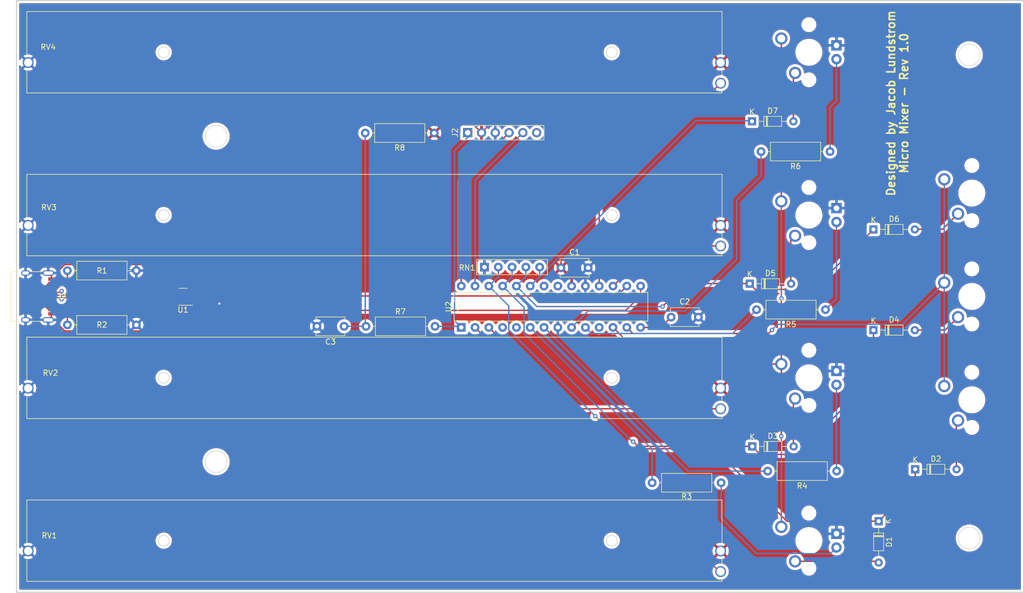
<source format=kicad_pcb>
(kicad_pcb (version 20211014) (generator pcbnew)
  (layers (0 "F.Cu" signal) (31 "B.Cu" signal) (34 "B.Paste" user) (35 "F.Paste" user) (36 "B.SilkS" user "B.Silkscreen") (37 "F.SilkS" user "F.Silkscreen") (38 "B.Mask" user) (39 "F.Mask" user) (44 "Edge.Cuts" user))
  (net 0 "")
  (net 1 "VDD")
  (net 2 "GND")
  (net 3 "Net-(C2-Pad1)")
  (net 4 "Net-(D1-Pad2)")
  (net 5 "COL0")
  (net 6 "Net-(D2-Pad2)")
  (net 7 "Net-(D3-Pad2)")
  (net 8 "COL1")
  (net 9 "Net-(D4-Pad2)")
  (net 10 "Net-(D5-Pad2)")
  (net 11 "COL2")
  (net 12 "Net-(D6-Pad2)")
  (net 13 "Net-(D7-Pad2)")
  (net 14 "COL3")
  (net 15 "Net-(J1-PadA5)")
  (net 16 "D+")
  (net 17 "D-")
  (net 20 "Net-(J1-PadB5)")
  (net 21 "VPP")
  (net 22 "ICSPDAT")
  (net 23 "ICSPCLK")
  (net 25 "ROW0")
  (net 26 "LED0")
  (net 27 "ROW1")
  (net 28 "LED1")
  (net 29 "LED2")
  (net 30 "LED3")
  (net 31 "Net-(MX1-Pad3)")
  (net 32 "AIN1")
  (net 33 "AIN2")
  (net 34 "AIN3")
  (net 35 "D_NEG_MCU")
  (net 36 "D_POS_MCU")
  (net 42 "Net-(MX3-Pad3)")
  (net 43 "Net-(MX5-Pad3)")
  (net 44 "Net-(MX7-Pad3)")
  (net 45 "AIN4")
  (net 46 "Net-(C3-Pad1)")
  (footprint "Resistor_THT:R_Axial_DIN0309_L9.0mm_D3.2mm_P12.70mm_Horizontal" (layer "F.Cu") (at 147.6 87.75)
    (fp_text reference "R7" (at 6.35 -2.72) (layer "F.SilkS"))
    (fp_text value "470")
    (pad "1" thru_hole circle locked (at 0 0) (size 1.6 1.6) (drill 0.8) (layers *.Cu *.Mask) (net 46 "Net-(C3-Pad1)"))
    (pad "2" thru_hole oval locked (at 12.7 0) (size 1.6 1.6) (drill 0.8) (layers *.Cu *.Mask) (net 21 "VPP"))
  )
  (footprint "Diode_THT:D_DO-34_SOD68_P7.62mm_Horizontal" (layer "F.Cu") (at 218.715 109.88)
    (fp_text reference "D3" (at 3.81 -1.92) (layer "F.SilkS"))
    (fp_text value "D_Small")
    (fp_text user "K" (at 0 -1.75) (layer "F.SilkS"))
    (pad "1" thru_hole rect locked (at 0 0) (size 1.5 1.5) (drill 0.75) (layers *.Cu *.Mask) (net 8 "COL1"))
    (pad "2" thru_hole oval locked (at 7.62 0) (size 1.5 1.5) (drill 0.75) (layers *.Cu *.Mask) (net 7 "Net-(D3-Pad2)"))
  )
  (footprint "Capacitor_THT:C_Disc_D5.1mm_W3.2mm_P5.00mm" (layer "F.Cu") (at 203.78125 86.05125)
    (fp_text reference "C2" (at 2.5 -2.85) (layer "F.SilkS"))
    (fp_text value "470n")
    (pad "1" thru_hole circle locked (at 0 0) (size 1.6 1.6) (drill 0.8) (layers *.Cu *.Mask) (net 3 "Net-(C2-Pad1)"))
    (pad "2" thru_hole circle locked (at 5 0) (size 1.6 1.6) (drill 0.8) (layers *.Cu *.Mask) (net 2 "GND"))
  )
  (footprint "MX_Only:MXOnly-1U" (layer "F.Cu") (at 229.145 67.24125 90)
    (fp_text reference "MX5")
    (fp_text value "MX-LED")
    (pad "" np_thru_hole circle locked (at 0 0 90) (size 3.9878 3.9878) (drill 3.9878) (layers *.Cu *.Mask))
    (pad "" np_thru_hole circle locked (at -5.08 0 138.0996) (size 1.75 1.75) (drill 1.75) (layers *.Cu *.Mask))
    (pad "" np_thru_hole circle locked (at 5.08 0 138.0996) (size 1.75 1.75) (drill 1.75) (layers *.Cu *.Mask))
    (pad "1" thru_hole circle locked (at -3.81 -2.54 90) (size 2.25 2.25) (drill 1.47) (layers *.Cu "B.Mask") (net 10 "Net-(D5-Pad2)"))
    (pad "2" thru_hole circle locked (at 2.54 -5.08 90) (size 2.25 2.25) (drill 1.47) (layers *.Cu "B.Mask") (net 25 "ROW0"))
    (pad "3" thru_hole circle locked (at -1.27 5.08 90) (size 1.905 1.905) (drill 1.04) (layers *.Cu "B.Mask") (net 43 "Net-(MX5-Pad3)"))
    (pad "4" thru_hole rect locked (at 1.27 5.08 90) (size 1.905 1.905) (drill 1.04) (layers *.Cu "B.Mask") (net 2 "GND"))
  )
  (footprint "MX_Only:MXOnly-1U-NoLED" (layer "F.Cu") (at 259.145 82.24125 90)
    (fp_text reference "MX4")
    (fp_text value "MX-NoLED")
    (pad "" np_thru_hole circle locked (at 0 0 90) (size 3.9878 3.9878) (drill 3.9878) (layers *.Cu *.Mask))
    (pad "" np_thru_hole circle locked (at -5.08 0 138.0996) (size 1.75 1.75) (drill 1.75) (layers *.Cu *.Mask))
    (pad "" np_thru_hole circle locked (at 5.08 0 138.0996) (size 1.75 1.75) (drill 1.75) (layers *.Cu *.Mask))
    (pad "1" thru_hole circle locked (at -3.81 -2.54 90) (size 2.25 2.25) (drill 1.47) (layers *.Cu "B.Mask") (net 9 "Net-(D4-Pad2)"))
    (pad "2" thru_hole circle locked (at 2.54 -5.08 90) (size 2.25 2.25) (drill 1.47) (layers *.Cu "B.Mask") (net 27 "ROW1"))
  )
  (footprint "Slider:PTB0143" (layer "F.Cu") (at 149.145 97.24125)
    (fp_text reference "RV2" (at -59.655 -0.90125 unlocked) (layer "F.SilkS"))
    (fp_text value "R_Potentiometer")
    (fp_circle (center 43.7 0) (end 44.7 0) (layer "Edge.Cuts") (width 0.12) (fill none))
    (fp_circle (center -38.8 0) (end -37.8 0) (layer "Edge.Cuts") (width 0.12) (fill none))
    (pad "1" thru_hole circle (at 63.75 1.9) (size 2 2) (drill 1.5) (layers *.Cu *.Mask) (net 1 "VDD"))
    (pad "2" thru_hole circle (at 63.75 5.7) (size 2 2) (drill 1.5) (layers *.Cu *.Mask) (net 33 "AIN2"))
    (pad "3" thru_hole circle (at -63.75 1.9) (size 2 2) (drill 1.5) (layers *.Cu *.Mask) (net 2 "GND"))
  )
  (footprint "MX_Only:MXOnly-1U" (layer "F.Cu") (at 229.145 97.24125 90)
    (fp_text reference "MX3")
    (fp_text value "MX-LED")
    (pad "" np_thru_hole circle locked (at 5.08 0 138.0996) (size 1.75 1.75) (drill 1.75) (layers *.Cu *.Mask))
    (pad "" np_thru_hole circle locked (at 0 0 90) (size 3.9878 3.9878) (drill 3.9878) (layers *.Cu *.Mask))
    (pad "" np_thru_hole circle locked (at -5.08 0 138.0996) (size 1.75 1.75) (drill 1.75) (layers *.Cu *.Mask))
    (pad "1" thru_hole circle locked (at -3.81 -2.54 90) (size 2.25 2.25) (drill 1.47) (layers *.Cu "B.Mask") (net 7 "Net-(D3-Pad2)"))
    (pad "2" thru_hole circle locked (at 2.54 -5.08 90) (size 2.25 2.25) (drill 1.47) (layers *.Cu "B.Mask") (net 25 "ROW0"))
    (pad "3" thru_hole circle locked (at -1.27 5.08 90) (size 1.905 1.905) (drill 1.04) (layers *.Cu "B.Mask") (net 42 "Net-(MX3-Pad3)"))
    (pad "4" thru_hole rect locked (at 1.27 5.08 90) (size 1.905 1.905) (drill 1.04) (layers *.Cu "B.Mask") (net 2 "GND"))
  )
  (footprint "Resistor_THT:R_Axial_DIN0309_L9.0mm_D3.2mm_P12.70mm_Horizontal" (layer "F.Cu") (at 92.61625 77.47875)
    (fp_text reference "R1" (at 6.35 0.01125) (layer "F.SilkS"))
    (fp_text value "5.1k")
    (pad "1" thru_hole circle locked (at 0 0) (size 1.6 1.6) (drill 0.8) (layers *.Cu *.Mask) (net 15 "Net-(J1-PadA5)"))
    (pad "2" thru_hole oval locked (at 12.7 0) (size 1.6 1.6) (drill 0.8) (layers *.Cu *.Mask) (net 2 "GND"))
  )
  (footprint "Slider:PTB0143" (layer "F.Cu") (at 149.145 127.24125)
    (fp_text reference "RV1" (at -59.855 -0.92125 unlocked) (layer "F.SilkS"))
    (fp_text value "R_Potentiometer")
    (fp_circle (center 43.7 0) (end 44.7 0) (layer "Edge.Cuts") (width 0.12) (fill none))
    (fp_circle (center -38.8 0) (end -37.8 0) (layer "Edge.Cuts") (width 0.12) (fill none))
    (pad "1" thru_hole circle (at 63.75 1.9) (size 2 2) (drill 1.5) (layers *.Cu *.Mask) (net 1 "VDD"))
    (pad "2" thru_hole circle (at 63.75 5.7) (size 2 2) (drill 1.5) (layers *.Cu *.Mask) (net 32 "AIN1"))
    (pad "3" thru_hole circle (at -63.75 1.9) (size 2 2) (drill 1.5) (layers *.Cu *.Mask) (net 2 "GND"))
  )
  (footprint "Resistor_THT:R_Axial_DIN0309_L9.0mm_D3.2mm_P12.70mm_Horizontal" (layer "F.Cu") (at 234.26 114.42 180)
    (fp_text reference "R4" (at 6.35 -2.72) (layer "F.SilkS"))
    (fp_text value "470")
    (pad "1" thru_hole circle locked (at 0 0 180) (size 1.6 1.6) (drill 0.8) (layers *.Cu *.Mask) (net 42 "Net-(MX3-Pad3)"))
    (pad "2" thru_hole oval locked (at 12.7 0 180) (size 1.6 1.6) (drill 0.8) (layers *.Cu *.Mask) (net 28 "LED1"))
  )
  (footprint "Package_DIP:DIP-28_W7.62mm" (layer "F.Cu") (at 165.135 87.94625 90)
    (fp_text reference "U2" (at 3.81 -2.33 90) (layer "F.SilkS"))
    (fp_text value "PIC18F24K50-xSP")
    (pad "1" thru_hole rect locked (at 0 0 90) (size 1.6 1.6) (drill 0.8) (layers *.Cu *.Mask) (net 21 "VPP"))
    (pad "2" thru_hole oval locked (at 0 2.54 90) (size 1.6 1.6) (drill 0.8) (layers *.Cu *.Mask) (net 32 "AIN1"))
    (pad "3" thru_hole oval locked (at 0 5.08 90) (size 1.6 1.6) (drill 0.8) (layers *.Cu *.Mask) (net 33 "AIN2"))
    (pad "4" thru_hole oval locked (at 0 7.62 90) (size 1.6 1.6) (drill 0.8) (layers *.Cu *.Mask))
    (pad "5" thru_hole oval locked (at 0 10.16 90) (size 1.6 1.6) (drill 0.8) (layers *.Cu *.Mask))
    (pad "6" thru_hole oval locked (at 0 12.7 90) (size 1.6 1.6) (drill 0.8) (layers *.Cu *.Mask) (net 26 "LED0"))
    (pad "7" thru_hole oval locked (at 0 15.24 90) (size 1.6 1.6) (drill 0.8) (layers *.Cu *.Mask) (net 28 "LED1"))
    (pad "8" thru_hole oval locked (at 0 17.78 90) (size 1.6 1.6) (drill 0.8) (layers *.Cu *.Mask) (net 2 "GND"))
    (pad "9" thru_hole oval locked (at 0 20.32 90) (size 1.6 1.6) (drill 0.8) (layers *.Cu *.Mask) (net 30 "LED3"))
    (pad "10" thru_hole oval locked (at 0 22.86 90) (size 1.6 1.6) (drill 0.8) (layers *.Cu *.Mask) (net 29 "LED2"))
    (pad "11" thru_hole oval locked (at 0 25.4 90) (size 1.6 1.6) (drill 0.8) (layers *.Cu *.Mask))
    (pad "12" thru_hole oval locked (at 0 27.94 90) (size 1.6 1.6) (drill 0.8) (layers *.Cu *.Mask) (net 25 "ROW0"))
    (pad "13" thru_hole oval locked (at 0 30.48 90) (size 1.6 1.6) (drill 0.8) (layers *.Cu *.Mask) (net 27 "ROW1"))
    (pad "14" thru_hole oval locked (at 0 33.02 90) (size 1.6 1.6) (drill 0.8) (layers *.Cu *.Mask) (net 3 "Net-(C2-Pad1)"))
    (pad "15" thru_hole oval locked (at 7.62 33.02 90) (size 1.6 1.6) (drill 0.8) (layers *.Cu *.Mask) (net 35 "D_NEG_MCU"))
    (pad "16" thru_hole oval locked (at 7.62 30.48 90) (size 1.6 1.6) (drill 0.8) (layers *.Cu *.Mask) (net 36 "D_POS_MCU"))
    (pad "17" thru_hole oval locked (at 7.62 27.94 90) (size 1.6 1.6) (drill 0.8) (layers *.Cu *.Mask) (net 34 "AIN3"))
    (pad "18" thru_hole oval locked (at 7.62 25.4 90) (size 1.6 1.6) (drill 0.8) (layers *.Cu *.Mask) (net 45 "AIN4"))
    (pad "19" thru_hole oval locked (at 7.62 22.86 90) (size 1.6 1.6) (drill 0.8) (layers *.Cu *.Mask) (net 2 "GND"))
    (pad "20" thru_hole oval locked (at 7.62 20.32 90) (size 1.6 1.6) (drill 0.8) (layers *.Cu *.Mask) (net 1 "VDD"))
    (pad "21" thru_hole oval locked (at 7.62 17.78 90) (size 1.6 1.6) (drill 0.8) (layers *.Cu *.Mask))
    (pad "22" thru_hole oval locked (at 7.62 15.24 90) (size 1.6 1.6) (drill 0.8) (layers *.Cu *.Mask))
    (pad "23" thru_hole oval locked (at 7.62 12.7 90) (size 1.6 1.6) (drill 0.8) (layers *.Cu *.Mask) (net 14 "COL3"))
    (pad "24" thru_hole oval locked (at 7.62 10.16 90) (size 1.6 1.6) (drill 0.8) (layers *.Cu *.Mask) (net 11 "COL2"))
    (pad "25" thru_hole oval locked (at 7.62 7.62 90) (size 1.6 1.6) (drill 0.8) (layers *.Cu *.Mask) (net 8 "COL1"))
    (pad "26" thru_hole oval locked (at 7.62 5.08 90) (size 1.6 1.6) (drill 0.8) (layers *.Cu *.Mask) (net 5 "COL0"))
    (pad "27" thru_hole oval locked (at 7.62 2.54 90) (size 1.6 1.6) (drill 0.8) (layers *.Cu *.Mask) (net 23 "ICSPCLK"))
    (pad "28" thru_hole oval locked (at 7.62 0 90) (size 1.6 1.6) (drill 0.8) (layers *.Cu *.Mask) (net 22 "ICSPDAT"))
  )
  (footprint "Resistor_THT:R_Axial_DIN0309_L9.0mm_D3.2mm_P12.70mm_Horizontal" (layer "F.Cu") (at 233.04 55.54 180)
    (fp_text reference "R6" (at 6.35 -2.72) (layer "F.SilkS"))
    (fp_text value "470")
    (pad "1" thru_hole circle locked (at 0 0 180) (size 1.6 1.6) (drill 0.8) (layers *.Cu *.Mask) (net 44 "Net-(MX7-Pad3)"))
    (pad "2" thru_hole oval locked (at 12.7 0 180) (size 1.6 1.6) (drill 0.8) (layers *.Cu *.Mask) (net 30 "LED3"))
  )
  (footprint "MX_Only:MXOnly-1U-NoLED" (layer "F.Cu") (at 259.145 101.29125 90)
    (fp_text reference "MX2")
    (fp_text value "MX-NoLED")
    (pad "" np_thru_hole circle locked (at 0 0 90) (size 3.9878 3.9878) (drill 3.9878) (layers *.Cu *.Mask))
    (pad "" np_thru_hole circle locked (at 5.08 0 138.0996) (size 1.75 1.75) (drill 1.75) (layers *.Cu *.Mask))
    (pad "" np_thru_hole circle locked (at -5.08 0 138.0996) (size 1.75 1.75) (drill 1.75) (layers *.Cu *.Mask))
    (pad "1" thru_hole circle locked (at -3.81 -2.54 90) (size 2.25 2.25) (drill 1.47) (layers *.Cu "B.Mask") (net 6 "Net-(D2-Pad2)"))
    (pad "2" thru_hole circle locked (at 2.54 -5.08 90) (size 2.25 2.25) (drill 1.47) (layers *.Cu "B.Mask") (net 27 "ROW1"))
  )
  (footprint "Resistor_THT:R_Axial_DIN0309_L9.0mm_D3.2mm_P12.70mm_Horizontal" (layer "F.Cu") (at 212.99 116.57 180)
    (fp_text reference "R3" (at 6.35 -2.51) (layer "F.SilkS"))
    (fp_text value "470")
    (pad "1" thru_hole circle locked (at 0 0 180) (size 1.6 1.6) (drill 0.8) (layers *.Cu *.Mask) (net 31 "Net-(MX1-Pad3)"))
    (pad "2" thru_hole oval locked (at 12.7 0 180) (size 1.6 1.6) (drill 0.8) (layers *.Cu *.Mask) (net 26 "LED0"))
  )
  (footprint "Connector_PinHeader_2.54mm:PinHeader_1x06_P2.54mm_Vertical" (layer "F.Cu") (at 166.32 52.06 90)
    (fp_text reference "J2" (at 0 -2.33 90) (layer "F.SilkS"))
    (fp_text value "Conn_PIC_ICSP_ICD")
    (pad "1" thru_hole rect locked (at 0 0 90) (size 1.7 1.7) (drill 1) (layers *.Cu *.Mask) (net 21 "VPP"))
    (pad "2" thru_hole oval locked (at 0 2.54 90) (size 1.7 1.7) (drill 1) (layers *.Cu *.Mask) (net 1 "VDD"))
    (pad "3" thru_hole oval locked (at 0 5.08 90) (size 1.7 1.7) (drill 1) (layers *.Cu *.Mask) (net 2 "GND"))
    (pad "4" thru_hole oval locked (at 0 7.62 90) (size 1.7 1.7) (drill 1) (layers *.Cu *.Mask) (net 22 "ICSPDAT"))
    (pad "5" thru_hole oval locked (at 0 10.16 90) (size 1.7 1.7) (drill 1) (layers *.Cu *.Mask) (net 23 "ICSPCLK"))
    (pad "6" thru_hole oval locked (at 0 12.7 90) (size 1.7 1.7) (drill 1) (layers *.Cu *.Mask))
  )
  (footprint "Capacitor_THT:C_Disc_D5.1mm_W3.2mm_P5.00mm" (layer "F.Cu") (at 183.5 76.95)
    (fp_text reference "C1" (at 2.5 -2.85) (layer "F.SilkS"))
    (fp_text value "0.1u")
    (pad "1" thru_hole circle locked (at 0 0) (size 1.6 1.6) (drill 0.8) (layers *.Cu *.Mask) (net 1 "VDD"))
    (pad "2" thru_hole circle locked (at 5 0) (size 1.6 1.6) (drill 0.8) (layers *.Cu *.Mask) (net 2 "GND"))
  )
  (footprint "Resistor_THT:R_Axial_DIN0309_L9.0mm_D3.2mm_P12.70mm_Horizontal" (layer "F.Cu") (at 160.16 52.12 180)
    (fp_text reference "R8" (at 6.35 -2.72) (layer "F.SilkS"))
    (fp_text value "10k")
    (pad "1" thru_hole circle locked (at 0 0 180) (size 1.6 1.6) (drill 0.8) (layers *.Cu *.Mask) (net 1 "VDD"))
    (pad "2" thru_hole oval locked (at 12.7 0 180) (size 1.6 1.6) (drill 0.8) (layers *.Cu *.Mask) (net 46 "Net-(C3-Pad1)"))
  )
  (footprint "Slider:PTB0143" (layer "F.Cu") (at 149.145 67.24125)
    (fp_text reference "RV3" (at -59.935 -1.41125 unlocked) (layer "F.SilkS"))
    (fp_text value "R_Potentiometer")
    (fp_circle (center 43.7 0) (end 44.7 0) (layer "Edge.Cuts") (width 0.12) (fill none))
    (fp_circle (center -38.8 0) (end -37.8 0) (layer "Edge.Cuts") (width 0.12) (fill none))
    (pad "1" thru_hole circle (at 63.75 1.9) (size 2 2) (drill 1.5) (layers *.Cu *.Mask) (net 1 "VDD"))
    (pad "2" thru_hole circle (at 63.75 5.7) (size 2 2) (drill 1.5) (layers *.Cu *.Mask) (net 34 "AIN3"))
    (pad "3" thru_hole circle (at -63.75 1.9) (size 2 2) (drill 1.5) (layers *.Cu *.Mask) (net 2 "GND"))
  )
  (footprint "Slider:PTB0143" (layer "F.Cu") (at 149.145 37.24125)
    (fp_text reference "RV4" (at -60.075 -0.95125 unlocked) (layer "F.SilkS"))
    (fp_text value "R_Potentiometer")
    (fp_circle (center -38.8 0) (end -37.8 0) (layer "Edge.Cuts") (width 0.12) (fill none))
    (fp_circle (center 43.7 0) (end 44.7 0) (layer "Edge.Cuts") (width 0.12) (fill none))
    (pad "1" thru_hole circle (at 63.75 1.9) (size 2 2) (drill 1.5) (layers *.Cu *.Mask) (net 1 "VDD"))
    (pad "2" thru_hole circle (at 63.75 5.7) (size 2 2) (drill 1.5) (layers *.Cu *.Mask) (net 45 "AIN4"))
    (pad "3" thru_hole circle (at -63.75 1.9) (size 2 2) (drill 1.5) (layers *.Cu *.Mask) (net 2 "GND"))
  )
  (footprint "Resistor_THT:R_Array_SIP5" (layer "F.Cu") (at 169.41 76.83)
    (fp_text reference "RN1" (at -3.21 0.12) (layer "F.SilkS"))
    (fp_text value "R_Network04")
    (pad "1" thru_hole rect locked (at 0 0) (size 1.6 1.6) (drill 0.8) (layers *.Cu *.Mask) (net 2 "GND"))
    (pad "2" thru_hole oval locked (at 2.54 0) (size 1.6 1.6) (drill 0.8) (layers *.Cu *.Mask) (net 5 "COL0"))
    (pad "3" thru_hole oval locked (at 5.08 0) (size 1.6 1.6) (drill 0.8) (layers *.Cu *.Mask) (net 8 "COL1"))
    (pad "4" thru_hole oval locked (at 7.62 0) (size 1.6 1.6) (drill 0.8) (layers *.Cu *.Mask) (net 11 "COL2"))
    (pad "5" thru_hole oval locked (at 10.16 0) (size 1.6 1.6) (drill 0.8) (layers *.Cu *.Mask) (net 14 "COL3"))
  )
  (footprint "Resistor_THT:R_Axial_DIN0309_L9.0mm_D3.2mm_P12.70mm_Horizontal" (layer "F.Cu") (at 105.31625 87.48 180)
    (fp_text reference "R2" (at 6.34625 0.01) (layer "F.SilkS"))
    (fp_text value "5.1k")
    (pad "1" thru_hole circle locked (at 0 0 180) (size 1.6 1.6) (drill 0.8) (layers *.Cu *.Mask) (net 2 "GND"))
    (pad "2" thru_hole oval locked (at 12.7 0 180) (size 1.6 1.6) (drill 0.8) (layers *.Cu *.Mask) (net 20 "Net-(J1-PadB5)"))
  )
  (footprint "Diode_THT:D_DO-34_SOD68_P7.62mm_Horizontal" (layer "F.Cu") (at 248.715 114.09)
    (fp_text reference "D2" (at 3.81 -1.92) (layer "F.SilkS"))
    (fp_text value "D_Small")
    (fp_text user "K" (at 0 -1.75) (layer "F.SilkS"))
    (pad "1" thru_hole rect locked (at 0 0) (size 1.5 1.5) (drill 0.75) (layers *.Cu *.Mask) (net 5 "COL0"))
    (pad "2" thru_hole oval locked (at 7.62 0) (size 1.5 1.5) (drill 0.75) (layers *.Cu *.Mask) (net 6 "Net-(D2-Pad2)"))
  )
  (footprint "Connector_USB:USB_C_Receptacle_XKB_U262-16XN-4BVC11" (layer "F.Cu") (at 85.99 82.24125 -90)
    (fp_text reference "J1" (at 0 -5.715 -90) (layer "F.SilkS"))
    (fp_text value "USB_C_Receptacle_USB2.0")
    (pad "" np_thru_hole circle locked (at 2.89 -2.605 270) (size 0.65 0.65) (drill 0.65) (layers *.Cu *.Mask))
    (pad "" np_thru_hole circle locked (at -2.89 -2.605 270) (size 0.65 0.65) (drill 0.65) (layers *.Cu *.Mask))
    (pad "A1" smd rect locked (at -3.35 -3.67 270) (size 0.3 1.15) (layers "F.Cu" "F.Paste" "F.Mask") (net 2 "GND"))
    (pad "A4" smd rect locked (at -2.55 -3.67 270) (size 0.3 1.15) (layers "F.Cu" "F.Paste" "F.Mask") (net 1 "VDD"))
    (pad "A5" smd rect locked (at -1.25 -3.67 270) (size 0.3 1.15) (layers "F.Cu" "F.Paste" "F.Mask") (net 15 "Net-(J1-PadA5)"))
    (pad "A6" smd rect locked (at -0.25 -3.67 270) (size 0.3 1.15) (layers "F.Cu" "F.Paste" "F.Mask") (net 16 "D+"))
    (pad "A7" smd rect locked (at 0.25 -3.67 270) (size 0.3 1.15) (layers "F.Cu" "F.Paste" "F.Mask") (net 17 "D-"))
    (pad "A8" smd rect locked (at 1.25 -3.67 270) (size 0.3 1.15) (layers "F.Cu" "F.Paste" "F.Mask"))
    (pad "A9" smd rect locked (at 2.55 -3.67 270) (size 0.3 1.15) (layers "F.Cu" "F.Paste" "F.Mask") (net 1 "VDD"))
    (pad "A12" smd rect locked (at 3.35 -3.67 270) (size 0.3 1.15) (layers "F.Cu" "F.Paste" "F.Mask") (net 2 "GND"))
    (pad "B1" smd rect locked (at 3.05 -3.67 270) (size 0.3 1.15) (layers "F.Cu" "F.Paste" "F.Mask") (net 2 "GND"))
    (pad "B4" smd rect locked (at 2.25 -3.67 270) (size 0.3 1.15) (layers "F.Cu" "F.Paste" "F.Mask") (net 1 "VDD"))
    (pad "B5" smd rect locked (at 1.75 -3.67 270) (size 0.3 1.15) (layers "F.Cu" "F.Paste" "F.Mask") (net 20 "Net-(J1-PadB5)"))
    (pad "B6" smd rect locked (at 0.75 -3.67 270) (size 0.3 1.15) (layers "F.Cu" "F.Paste" "F.Mask") (net 16 "D+"))
    (pad "B7" smd rect locked (at -0.75 -3.67 270) (size 0.3 1.15) (layers "F.Cu" "F.Paste" "F.Mask") (net 17 "D-"))
    (pad "B8" smd rect locked (at -1.75 -3.67 270) (size 0.3 1.15) (layers "F.Cu" "F.Paste" "F.Mask"))
    (pad "B9" smd rect locked (at -2.25 -3.67 270) (size 0.3 1.15) (layers "F.Cu" "F.Paste" "F.Mask") (net 1 "VDD"))
    (pad "B12" smd rect locked (at -3.05 -3.67 270) (size 0.3 1.15) (layers "F.Cu" "F.Paste" "F.Mask") (net 2 "GND"))
    (pad "S1" thru_hole oval locked (at -4.32 1.075 270) (size 1 1.6) (drill oval 0.6 1.2) (layers *.Cu *.Mask) (net 2 "GND"))
    (pad "S1" thru_hole oval locked (at -4.32 -3.105 270) (size 1 2.1) (drill oval 0.6 1.7) (layers *.Cu *.Mask) (net 2 "GND"))
    (pad "S1" thru_hole oval locked (at 4.32 1.075 270) (size 1 1.6) (drill oval 0.6 1.2) (layers *.Cu *.Mask) (net 2 "GND"))
    (pad "S1" thru_hole oval locked (at 4.32 -3.105 270) (size 1 2.1) (drill oval 0.6 1.7) (layers *.Cu *.Mask) (net 2 "GND"))
  )
  (footprint "Package_TO_SOT_SMD:SOT-23-6" (layer "F.Cu") (at 113.9 82.3 180)
    (fp_text reference "U1" (at 0 -2.4) (layer "F.SilkS"))
    (fp_text value "USBLC6-2SC6")
    (pad "1" smd roundrect locked (at -1.1375 -0.95 180) (size 1.325 0.6) (layers "F.Cu" "F.Paste" "F.Mask") (net 35 "D_NEG_MCU"))
    (pad "2" smd roundrect locked (at -1.1375 0 180) (size 1.325 0.6) (layers "F.Cu" "F.Paste" "F.Mask") (net 2 "GND"))
    (pad "3" smd roundrect locked (at -1.1375 0.95 180) (size 1.325 0.6) (layers "F.Cu" "F.Paste" "F.Mask") (net 36 "D_POS_MCU"))
    (pad "4" smd roundrect locked (at 1.1375 0.95 180) (size 1.325 0.6) (layers "F.Cu" "F.Paste" "F.Mask") (net 16 "D+"))
    (pad "5" smd roundrect locked (at 1.1375 0 180) (size 1.325 0.6) (layers "F.Cu" "F.Paste" "F.Mask") (net 1 "VDD"))
    (pad "6" smd roundrect locked (at 1.1375 -0.95 180) (size 1.325 0.6) (layers "F.Cu" "F.Paste" "F.Mask") (net 17 "D-"))
  )
  (footprint "Diode_THT:D_DO-34_SOD68_P7.62mm_Horizontal" (layer "F.Cu") (at 218.25 79.89)
    (fp_text reference "D5" (at 3.81 -1.92) (layer "F.SilkS"))
    (fp_text value "D_Small")
    (fp_text user "K" (at 0 -1.75) (layer "F.SilkS"))
    (pad "1" thru_hole rect locked (at 0 0) (size 1.5 1.5) (drill 0.75) (layers *.Cu *.Mask) (net 11 "COL2"))
    (pad "2" thru_hole oval locked (at 7.62 0) (size 1.5 1.5) (drill 0.75) (layers *.Cu *.Mask) (net 10 "Net-(D5-Pad2)"))
  )
  (footprint "Diode_THT:D_DO-34_SOD68_P7.62mm_Horizontal" (layer "F.Cu") (at 241.03 69.89)
    (fp_text reference "D6" (at 3.81 -1.92) (layer "F.SilkS"))
    (fp_text value "D_Small")
    (fp_text user "K" (at 0 -1.75) (layer "F.SilkS"))
    (pad "1" thru_hole rect locked (at 0 0) (size 1.5 1.5) (drill 0.75) (layers *.Cu *.Mask) (net 11 "COL2"))
    (pad "2" thru_hole oval locked (at 7.62 0) (size 1.5 1.5) (drill 0.75) (layers *.Cu *.Mask) (net 12 "Net-(D6-Pad2)"))
  )
  (footprint "Capacitor_THT:C_Disc_D5.1mm_W3.2mm_P5.00mm" (layer "F.Cu") (at 143.56 87.74 180)
    (fp_text reference "C3" (at 2.5 -2.85) (layer "F.SilkS"))
    (fp_text value "0.1u")
    (pad "1" thru_hole circle locked (at 0 0 180) (size 1.6 1.6) (drill 0.8) (layers *.Cu *.Mask) (net 46 "Net-(C3-Pad1)"))
    (pad "2" thru_hole circle locked (at 5 0 180) (size 1.6 1.6) (drill 0.8) (layers *.Cu *.Mask) (net 2 "GND"))
  )
  (footprint "Diode_THT:D_DO-34_SOD68_P7.62mm_Horizontal" (layer "F.Cu") (at 218.67 49.97)
    (fp_text reference "D7" (at 3.81 -1.92) (layer "F.SilkS"))
    (fp_text value "D_Small")
    (fp_text user "K" (at 0 -1.75) (layer "F.SilkS"))
    (pad "1" thru_hole rect locked (at 0 0) (size 1.5 1.5) (drill 0.75) (layers *.Cu *.Mask) (net 14 "COL3"))
    (pad "2" thru_hole oval locked (at 7.62 0) (size 1.5 1.5) (drill 0.75) (layers *.Cu *.Mask) (net 13 "Net-(D7-Pad2)"))
  )
  (footprint "Diode_THT:D_DO-34_SOD68_P7.62mm_Horizontal" (layer "F.Cu") (at 241.03 88.45)
    (fp_text reference "D4" (at 3.81 -1.92) (layer "F.SilkS"))
    (fp_text value "D_Small")
    (fp_text user "K" (at 0 -1.75) (layer "F.SilkS"))
    (pad "1" thru_hole rect locked (at 0 0) (size 1.5 1.5) (drill 0.75) (layers *.Cu *.Mask) (net 8 "COL1"))
    (pad "2" thru_hole oval locked (at 7.62 0) (size 1.5 1.5) (drill 0.75) (layers *.Cu *.Mask) (net 9 "Net-(D4-Pad2)"))
  )
  (footprint "MX_Only:MXOnly-1U-NoLED" (layer "F.Cu") (at 259.145 63.19125 90)
    (fp_text reference "MX6")
    (fp_text value "MX-NoLED")
    (pad "" np_thru_hole circle locked (at -5.08 0 138.0996) (size 1.75 1.75) (drill 1.75) (layers *.Cu *.Mask))
    (pad "" np_thru_hole circle locked (at 5.08 0 138.0996) (size 1.75 1.75) (drill 1.75) (layers *.Cu *.Mask))
    (pad "" np_thru_hole circle locked (at 0 0 90) (size 3.9878 3.9878) (drill 3.9878) (layers *.Cu *.Mask))
    (pad "1" thru_hole circle locked (at -3.81 -2.54 90) (size 2.25 2.25) (drill 1.47) (layers *.Cu "B.Mask") (net 12 "Net-(D6-Pad2)"))
    (pad "2" thru_hole circle locked (at 2.54 -5.08 90) (size 2.25 2.25) (drill 1.47) (layers *.Cu "B.Mask") (net 27 "ROW1"))
  )
  (footprint "MX_Only:MXOnly-1U" (layer "F.Cu") (at 229.145 127.24125 90)
    (fp_text reference "MX1")
    (fp_text value "MX-LED")
    (pad "" np_thru_hole circle locked (at -5.08 0 138.0996) (size 1.75 1.75) (drill 1.75) (layers *.Cu *.Mask))
    (pad "" np_thru_hole circle locked (at 5.08 0 138.0996) (size 1.75 1.75) (drill 1.75) (layers *.Cu *.Mask))
    (pad "" np_thru_hole circle locked (at 0 0 90) (size 3.9878 3.9878) (drill 3.9878) (layers *.Cu *.Mask))
    (pad "1" thru_hole circle locked (at -3.81 -2.54 90) (size 2.25 2.25) (drill 1.47) (layers *.Cu "B.Mask") (net 4 "Net-(D1-Pad2)"))
    (pad "2" thru_hole circle locked (at 2.54 -5.08 90) (size 2.25 2.25) (drill 1.47) (layers *.Cu "B.Mask") (net 25 "ROW0"))
    (pad "3" thru_hole circle locked (at -1.27 5.08 90) (size 1.905 1.905) (drill 1.04) (layers *.Cu "B.Mask") (net 31 "Net-(MX1-Pad3)"))
    (pad "4" thru_hole rect locked (at 1.27 5.08 90) (size 1.905 1.905) (drill 1.04) (layers *.Cu "B.Mask") (net 2 "GND"))
  )
  (footprint "MX_Only:MXOnly-1U" (layer "F.Cu") (at 229.145 37.24125 90)
    (fp_text reference "MX7")
    (fp_text value "MX-LED")
    (pad "" np_thru_hole circle locked (at 0 0 90) (size 3.9878 3.9878) (drill 3.9878) (layers *.Cu *.Mask))
    (pad "" np_thru_hole circle locked (at 5.08 0 138.0996) (size 1.75 1.75) (drill 1.75) (layers *.Cu *.Mask))
    (pad "" np_thru_hole circle locked (at -5.08 0 138.0996) (size 1.75 1.75) (drill 1.75) (layers *.Cu *.Mask))
    (pad "1" thru_hole circle locked (at -3.81 -2.54 90) (size 2.25 2.25) (drill 1.47) (layers *.Cu "B.Mask") (net 13 "Net-(D7-Pad2)"))
    (pad "2" thru_hole circle locked (at 2.54 -5.08 90) (size 2.25 2.25) (drill 1.47) (layers *.Cu "B.Mask") (net 25 "ROW0"))
    (pad "3" thru_hole circle locked (at -1.27 5.08 90) (size 1.905 1.905) (drill 1.04) (layers *.Cu "B.Mask") (net 44 "Net-(MX7-Pad3)"))
    (pad "4" thru_hole rect locked (at 1.27 5.08 90) (size 1.905 1.905) (drill 1.04) (layers *.Cu "B.Mask") (net 2 "GND"))
  )
  (footprint "Resistor_THT:R_Axial_DIN0309_L9.0mm_D3.2mm_P12.70mm_Horizontal" (layer "F.Cu") (at 232.2 84.67 180)
    (fp_text reference "R5" (at 6.35 -2.72) (layer "F.SilkS"))
    (fp_text value "470")
    (pad "1" thru_hole circle locked (at 0 0 180) (size 1.6 1.6) (drill 0.8) (layers *.Cu *.Mask) (net 43 "Net-(MX5-Pad3)"))
    (pad "2" thru_hole oval locked (at 12.7 0 180) (size 1.6 1.6) (drill 0.8) (layers *.Cu *.Mask) (net 29 "LED2"))
  )
  (footprint "Diode_THT:D_DO-34_SOD68_P7.62mm_Horizontal" (layer "F.Cu") (at 241.99 123.655 -90)
    (fp_text reference "D1" (at 3.81 -1.92 90) (layer "F.SilkS"))
    (fp_text value "D_Small")
    (fp_text user "K" (at 0 -1.75 90) (layer "F.SilkS"))
    (pad "1" thru_hole rect locked (at 0 0 270) (size 1.5 1.5) (drill 0.75) (layers *.Cu *.Mask) (net 5 "COL0"))
    (pad "2" thru_hole oval locked (at 7.62 0 270) (size 1.5 1.5) (drill 0.75) (layers *.Cu *.Mask) (net 4 "Net-(D1-Pad2)"))
  )
  (gr_circle (center 258.67 126.77) (end 260.67 126.77) (layer "Edge.Cuts") (width 0.1) (fill none))
  (gr_circle (center 258.67 37.71) (end 260.67 37.71) (layer "Edge.Cuts") (width 0.1) (fill none))
  (gr_rect (start 83.25 27.71) (end 268.67 136.77) (layer "Edge.Cuts") (width 0.2) (fill none))
  (gr_circle (center 120 112.7) (end 122 112.7) (layer "Edge.Cuts") (width 0.1) (fill none))
  (gr_circle (center 120 52.7) (end 122 52.7) (layer "Edge.Cuts") (width 0.1) (fill none))
  (gr_text "Designed by Jacob Lundstrom\nMicro Mixer - Rev 1.0" (at 245.46 46.64 90) (layer "F.SilkS") (effects (font (size 1.5 1.5) (thickness 0.3))))
  (segment (start 92.150461 88.604511) (end 110.345489 88.604511) (width 0.25) (layer "F.Cu") (net 1))
  (segment (start 172.3 48.62) (end 168.86 52.06) (width 0.25) (layer "F.Cu") (net 1))
  (segment (start 89.66 84.49125) (end 88.944273 84.49125) (width 0.25) (layer "F.Cu") (net 1))
  (segment (start 91.08 77.4247) (end 92.150461 76.354239) (width 0.25) (layer "F.Cu") (net 1))
  (segment (start 112.7625 82.3) (end 113.146072 82.3) (width 0.25) (layer "F.Cu") (net 1))
  (segment (start 90.534022 84.79125) (end 91.17 85.427228) (width 0.25) (layer "F.Cu") (net 1))
  (segment (start 90.085 79.99125) (end 91.08 78.99625) (width 0.25) (layer "F.Cu") (net 1))
  (segment (start 91.08 78.99625) (end 91.08 77.4247) (width 0.25) (layer "F.Cu") (net 1))
  (segment (start 91.17 85.427228) (end 91.17 87.62405) (width 0.25) (layer "F.Cu") (net 1))
  (segment (start 89.66 84.79125) (end 89.66 84.49125) (width 0.25) (layer "F.Cu") (net 1))
  (segment (start 113.9 80) (end 113.9 81.546072) (width 0.25) (layer "F.Cu") (net 1))
  (segment (start 88.360969 80.60577) (end 88.975489 79.99125) (width 0.25) (layer "F.Cu") (net 1))
  (segment (start 113.146072 82.3) (end 113.9 83.053928) (width 0.25) (layer "F.Cu") (net 1))
  (segment (start 89.66 79.99125) (end 90.085 79.99125) (width 0.25) (layer "F.Cu") (net 1))
  (segment (start 88.975489 79.99125) (end 89.66 79.99125) (width 0.25) (layer "F.Cu") (net 1))
  (segment (start 88.360969 83.907946) (end 88.360969 80.60577) (width 0.25) (layer "F.Cu") (net 1))
  (segment (start 185.455 78.905) (end 183.5 76.95) (width 0.25) (layer "F.Cu") (net 1))
  (segment (start 113.9 85.05) (end 113.9 83.053928) (width 0.25) (layer "F.Cu") (net 1))
  (segment (start 160.16 52.12) (end 161.67 50.61) (width 0.25) (layer "F.Cu") (net 1))
  (segment (start 183.5 50.17) (end 181.95 48.62) (width 0.25) (layer "F.Cu") (net 1))
  (segment (start 110.345489 88.604511) (end 113.9 85.05) (width 0.25) (layer "F.Cu") (net 1))
  (segment (start 161.67 50.61) (end 167.41 50.61) (width 0.25) (layer "F.Cu") (net 1))
  (segment (start 113.9 83.053928) (end 113.9 80) (width 0.25) (layer "F.Cu") (net 1))
  (segment (start 183.5 76.95) (end 183.5 50.17) (width 0.25) (layer "F.Cu") (net 1))
  (segment (start 185.455 80.32625) (end 185.455 78.905) (width 0.25) (layer "F.Cu") (net 1))
  (segment (start 92.150461 76.354239) (end 110.254239 76.354239) (width 0.25) (layer "F.Cu") (net 1))
  (segment (start 181.95 48.62) (end 172.3 48.62) (width 0.25) (layer "F.Cu") (net 1))
  (segment (start 167.41 50.61) (end 168.86 52.06) (width 0.25) (layer "F.Cu") (net 1))
  (segment (start 110.254239 76.354239) (end 113.9 80) (width 0.25) (layer "F.Cu") (net 1))
  (segment (start 91.17 87.62405) (end 92.150461 88.604511) (width 0.25) (layer "F.Cu") (net 1))
  (segment (start 88.944273 84.49125) (end 88.360969 83.907946) (width 0.25) (layer "F.Cu") (net 1))
  (segment (start 89.66 84.79125) (end 90.534022 84.79125) (width 0.25) (layer "F.Cu") (net 1))
  (segment (start 113.9 81.546072) (end 113.146072 82.3) (width 0.25) (layer "F.Cu") (net 1))
  (segment (start 115.421072 82.3) (end 116.671072 83.55) (width 0.25) (layer "F.Cu") (net 2))
  (segment (start 116.671072 83.55) (end 120.6 83.55) (width 0.25) (layer "F.Cu") (net 2))
  (segment (start 89.66 85.99625) (end 89.095 86.56125) (width 0.25) (layer "F.Cu") (net 2))
  (segment (start 89.66 85.59125) (end 89.66 85.99625) (width 0.25) (layer "F.Cu") (net 2))
  (segment (start 115.0375 82.3) (end 115.421072 82.3) (width 0.25) (layer "F.Cu") (net 2))
  (segment (start 89.66 78.48625) (end 89.095 77.92125) (width 0.25) (layer "F.Cu") (net 2))
  (segment (start 89.66 78.89125) (end 89.66 78.48625) (width 0.25) (layer "F.Cu") (net 2))
  (via (at 120.6 83.55) (size 0.8) (drill 0.4) (layers "F.Cu" "B.Cu") (net 2))
  (segment (start 201.88625 87.94625) (end 203.78125 86.05125) (width 0.25) (layer "F.Cu") (net 3))
  (segment (start 198.155 87.94625) (end 201.88625 87.94625) (width 0.25) (layer "F.Cu") (net 3))
  (segment (start 241.76625 131.05125) (end 241.99 131.275) (width 0.25) (layer "F.Cu") (net 4))
  (segment (start 226.605 131.05125) (end 241.76625 131.05125) (width 0.25) (layer "F.Cu") (net 4))
  (segment (start 211.726939 110.31327) (end 195.81327 110.31327) (width 0.25) (layer "F.Cu") (net 5))
  (segment (start 241.99 123.655) (end 225.068669 123.655) (width 0.25) (layer "F.Cu") (net 5))
  (segment (start 248.715 114.09) (end 248.715 116.93) (width 0.25) (layer "F.Cu") (net 5))
  (segment (start 225.068669 123.655) (end 211.726939 110.31327) (width 0.25) (layer "F.Cu") (net 5))
  (segment (start 195.81327 110.31327) (end 189.8 104.3) (width 0.25) (layer "F.Cu") (net 5))
  (segment (start 248.715 116.93) (end 241.99 123.655) (width 0.25) (layer "F.Cu") (net 5))
  (via (at 189.8 104.3) (size 0.8) (drill 0.4) (layers "F.Cu" "B.Cu") (net 5))
  (segment (start 189.8 104.3) (end 173.879511 88.379511) (width 0.25) (layer "B.Cu") (net 5))
  (segment (start 173.879511 88.379511) (end 173.879511 83.990761) (width 0.25) (layer "B.Cu") (net 5))
  (segment (start 171.95 76.83) (end 171.95 78.59125) (width 0.25) (layer "B.Cu") (net 5))
  (segment (start 173.879511 83.990761) (end 170.215 80.32625) (width 0.25) (layer "B.Cu") (net 5))
  (segment (start 171.95 78.59125) (end 170.215 80.32625) (width 0.25) (layer "B.Cu") (net 5))
  (segment (start 256.2925 114.15) (end 256.2925 105.41375) (width 0.25) (layer "F.Cu") (net 6))
  (segment (start 256.2925 105.41375) (end 256.605 105.10125) (width 0.25) (layer "F.Cu") (net 6))
  (segment (start 226.28875 101.3675) (end 226.605 101.05125) (width 0.25) (layer "F.Cu") (net 7))
  (segment (start 226.28875 109.86375) (end 226.28875 101.3675) (width 0.25) (layer "F.Cu") (net 7))
  (segment (start 241.03 97.226522) (end 241.03 88.45) (width 0.25) (layer "F.Cu") (net 8))
  (segment (start 241.0525 97.249022) (end 241.03 97.226522) (width 0.25) (layer "F.Cu") (net 8))
  (segment (start 220.165 111.36) (end 226.941522 111.36) (width 0.25) (layer "F.Cu") (net 8))
  (segment (start 196.8 109) (end 197.66375 109.86375) (width 0.25) (layer "F.Cu") (net 8))
  (segment (start 197.66375 109.86375) (end 218.66875 109.86375) (width 0.25) (layer "F.Cu") (net 8))
  (segment (start 218.66875 109.86375) (end 220.165 111.36) (width 0.25) (layer "F.Cu") (net 8))
  (segment (start 226.941522 111.36) (end 241.0525 97.249022) (width 0.25) (layer "F.Cu") (net 8))
  (via (at 196.8 109) (size 0.8) (drill 0.4) (layers "F.Cu" "B.Cu") (net 8))
  (segment (start 196.2 108.55) (end 196.65 109) (width 0.25) (layer "B.Cu") (net 8))
  (segment (start 172.755 80.32625) (end 176.710489 84.281739) (width 0.25) (layer "B.Cu") (net 8))
  (segment (start 196.65 109) (end 196.8 109) (width 0.25) (layer "B.Cu") (net 8))
  (segment (start 174.49 76.83) (end 174.49 78.59125) (width 0.25) (layer "B.Cu") (net 8))
  (segment (start 176.710489 89.060489) (end 196.2 108.55) (width 0.25) (layer "B.Cu") (net 8))
  (segment (start 176.710489 84.281739) (end 176.710489 89.060489) (width 0.25) (layer "B.Cu") (net 8))
  (segment (start 174.49 78.59125) (end 172.755 80.32625) (width 0.25) (layer "B.Cu") (net 8))
  (segment (start 254.22375 88.4325) (end 256.605 86.05125) (width 0.25) (layer "F.Cu") (net 9))
  (segment (start 248.6725 88.4325) (end 254.22375 88.4325) (width 0.25) (layer "F.Cu") (net 9))
  (segment (start 225.8125 79.86) (end 225.8125 71.84375) (width 0.25) (layer "F.Cu") (net 10))
  (segment (start 225.8125 71.84375) (end 226.605 71.05125) (width 0.25) (layer "F.Cu") (net 10))
  (segment (start 202.2 84.1) (end 206.44 79.86) (width 0.25) (layer "F.Cu") (net 11))
  (segment (start 206.44 79.86) (end 218.1925 79.86) (width 0.25) (layer "F.Cu") (net 11))
  (segment (start 218.1925 79.86) (end 219.267011 80.934511) (width 0.25) (layer "F.Cu") (net 11))
  (segment (start 229.5 81.42) (end 241.03 69.89) (width 0.25) (layer "F.Cu") (net 11))
  (segment (start 219.267011 80.934511) (end 224.644511 80.934511) (width 0.25) (layer "F.Cu") (net 11))
  (segment (start 225.13 81.42) (end 229.5 81.42) (width 0.25) (layer "F.Cu") (net 11))
  (segment (start 224.644511 80.934511) (end 225.13 81.42) (width 0.25) (layer "F.Cu") (net 11))
  (via (at 202.2 84.1) (size 0.8) (drill 0.4) (layers "F.Cu" "B.Cu") (net 11))
  (segment (start 177.03 78.59125) (end 175.295 80.32625) (width 0.25) (layer "B.Cu") (net 11))
  (segment (start 177.03 76.83) (end 177.03 78.59125) (width 0.25) (layer "B.Cu") (net 11))
  (segment (start 202.2 84.1) (end 179.06875 84.1) (width 0.25) (layer "B.Cu") (net 11))
  (segment (start 179.06875 84.1) (end 175.295 80.32625) (width 0.25) (layer "B.Cu") (net 11))
  (segment (start 253.7475 69.85875) (end 256.605 67.00125) (width 0.25) (layer "F.Cu") (net 12))
  (segment (start 248.6675 69.85875) (end 253.7475 69.85875) (width 0.25) (layer "F.Cu") (net 12))
  (segment (start 226.28375 49.85625) (end 226.28375 41.3725) (width 0.25) (layer "F.Cu") (net 13))
  (segment (start 226.28375 41.3725) (end 226.605 41.05125) (width 0.25) (layer "F.Cu") (net 13))
  (segment (start 179.57 76.83) (end 179.57 78.59125) (width 0.25) (layer "B.Cu") (net 14))
  (segment (start 179.57 78.59125) (end 177.835 80.32625) (width 0.25) (layer "B.Cu") (net 14))
  (segment (start 208.305 49.85625) (end 218.66375 49.85625) (width 0.25) (layer "B.Cu") (net 14))
  (segment (start 177.835 80.32625) (end 208.305 49.85625) (width 0.25) (layer "B.Cu") (net 14))
  (segment (start 89.66 80.99125) (end 90.534022 80.99125) (width 0.25) (layer "F.Cu") (net 15))
  (segment (start 90.534022 80.99125) (end 92.61625 78.909022) (width 0.25) (layer "F.Cu") (net 15))
  (segment (start 92.61625 78.909022) (end 92.61625 77.47875) (width 0.25) (layer "F.Cu") (net 15))
  (segment (start 88.83125 82.99125) (end 89.66 82.99125) (width 0.2) (layer "F.Cu") (net 16))
  (segment (start 88.785489 82.945489) (end 88.83125 82.99125) (width 0.2) (layer "F.Cu") (net 16))
  (segment (start 89.66 81.99125) (end 111.773033 81.99125) (width 0.2) (layer "F.Cu") (net 16))
  (segment (start 89.66 81.99125) (end 88.835978 81.99125) (width 0.2) (layer "F.Cu") (net 16))
  (segment (start 112.414283 81.35) (end 112.7625 81.35) (width 0.2) (layer "F.Cu") (net 16))
  (segment (start 88.785489 82.041739) (end 88.785489 82.945489) (width 0.2) (layer "F.Cu") (net 16))
  (segment (start 111.773033 81.99125) (end 112.414283 81.35) (width 0.2) (layer "F.Cu") (net 16))
  (segment (start 88.835978 81.99125) (end 88.785489 82.041739) (width 0.2) (layer "F.Cu") (net 16))
  (segment (start 89.66 81.49125) (end 91.29875 81.49125) (width 0.2) (layer "F.Cu") (net 17))
  (segment (start 91.29875 81.49125) (end 91.55 81.24) (width 0.2) (layer "F.Cu") (net 17))
  (segment (start 91.54 82.75) (end 91.28125 82.49125) (width 0.2) (layer "F.Cu") (net 17))
  (segment (start 112.414283 83.25) (end 112.7625 83.25) (width 0.2) (layer "F.Cu") (net 17))
  (segment (start 91.28125 82.49125) (end 111.655533 82.49125) (width 0.2) (layer "F.Cu") (net 17))
  (segment (start 111.655533 82.49125) (end 112.414283 83.25) (width 0.2) (layer "F.Cu") (net 17))
  (segment (start 89.66 82.49125) (end 91.28125 82.49125) (width 0.2) (layer "F.Cu") (net 17))
  (via (at 91.55 81.24) (size 0.8) (drill 0.4) (layers "F.Cu" "B.Cu") (net 17))
  (via (at 91.54 82.75) (size 0.8) (drill 0.4) (layers "F.Cu" "B.Cu") (net 17))
  (segment (start 91.55 82.74) (end 91.54 82.75) (width 0.2) (layer "B.Cu") (net 17))
  (segment (start 91.55 81.24) (end 91.55 82.74) (width 0.2) (layer "B.Cu") (net 17))
  (segment (start 92.61625 86.073478) (end 92.61625 87.48) (width 0.25) (layer "F.Cu") (net 20))
  (segment (start 90.534022 83.99125) (end 92.61625 86.073478) (width 0.25) (layer "F.Cu") (net 20))
  (segment (start 89.66 83.99125) (end 90.534022 83.99125) (width 0.25) (layer "F.Cu") (net 20))
  (segment (start 164.93875 87.75) (end 165.135 87.94625) (width 0.25) (layer "B.Cu") (net 21))
  (segment (start 160.3 87.75) (end 164.93875 87.75) (width 0.25) (layer "B.Cu") (net 21))
  (segment (start 163.9 86.71125) (end 163.9 55.38) (width 0.25) (layer "B.Cu") (net 21))
  (segment (start 165.135 87.94625) (end 163.9 86.71125) (width 0.25) (layer "B.Cu") (net 21))
  (segment (start 163.9 55.38) (end 166.32 52.96) (width 0.25) (layer "B.Cu") (net 21))
  (segment (start 166.32 52.96) (end 166.32 52.06) (width 0.25) (layer "B.Cu") (net 21))
  (segment (start 165.135 60.975) (end 165.135 80.32625) (width 0.25) (layer "F.Cu") (net 22))
  (segment (start 165.135 60.865) (end 165.135 60.975) (width 0.25) (layer "F.Cu") (net 22))
  (segment (start 173.94 52.06) (end 165.135 60.865) (width 0.25) (layer "F.Cu") (net 22))
  (segment (start 167.675 80.32625) (end 167.675 60.865) (width 0.25) (layer "B.Cu") (net 23))
  (segment (start 167.675 60.865) (end 176.48 52.06) (width 0.25) (layer "B.Cu") (net 23))
  (segment (start 193.075 87.94625) (end 199.83 94.70125) (width 0.25) (layer "F.Cu") (net 25))
  (segment (start 224.065 94.70125) (end 224.065 107.985) (width 0.25) (layer "F.Cu") (net 25))
  (segment (start 224.1 82.6) (end 224.065 82.635) (width 0.25) (layer "F.Cu") (net 25))
  (segment (start 224.065 64.70125) (end 224.065 34.70125) (width 0.25) (layer "F.Cu") (net 25))
  (segment (start 199.83 94.70125) (end 224.065 94.70125) (width 0.25) (layer "F.Cu") (net 25))
  (segment (start 224.065 107.985) (end 224.05 108) (width 0.25) (layer "F.Cu") (net 25))
  (segment (start 224.065 82.635) (end 224.065 94.70125) (width 0.25) (layer "F.Cu") (net 25))
  (via (at 224.05 108) (size 0.8) (drill 0.4) (layers "F.Cu" "B.Cu") (net 25))
  (via (at 224.1 82.6) (size 0.8) (drill 0.4) (layers "F.Cu" "B.Cu") (net 25))
  (segment (start 224.065 108.015) (end 224.065 124.70125) (width 0.25) (layer "B.Cu") (net 25))
  (segment (start 224.065 82.565) (end 224.1 82.6) (width 0.25) (layer "B.Cu") (net 25))
  (segment (start 224.065 64.70125) (end 224.065 82.565) (width 0.25) (layer "B.Cu") (net 25))
  (segment (start 224.05 108) (end 224.065 108.015) (width 0.25) (layer "B.Cu") (net 25))
  (segment (start 200.29 116.57) (end 200.29 110.40125) (width 0.25) (layer "B.Cu") (net 26))
  (segment (start 200.29 110.40125) (end 177.835 87.94625) (width 0.25) (layer "B.Cu") (net 26))
  (segment (start 196.739511 89.070761) (end 221.679239 89.070761) (width 0.25) (layer "F.Cu") (net 27))
  (segment (start 195.615 87.94625) (end 196.739511 89.070761) (width 0.25) (layer "F.Cu") (net 27))
  (segment (start 221.679239 89.070761) (end 222.35 88.4) (width 0.25) (layer "F.Cu") (net 27))
  (via (at 222.35 88.4) (size 0.8) (drill 0.4) (layers "F.Cu" "B.Cu") (net 27))
  (segment (start 223.374511 87.375489) (end 246.390761 87.375489) (width 0.25) (layer "B.Cu") (net 27))
  (segment (start 222.35 88.4) (end 223.374511 87.375489) (width 0.25) (layer "B.Cu") (net 27))
  (segment (start 246.390761 87.375489) (end 254.065 79.70125) (width 0.25) (layer "B.Cu") (net 27))
  (segment (start 254.065 98.75125) (end 254.065 79.70125) (width 0.25) (layer "B.Cu") (net 27))
  (segment (start 254.065 79.70125) (end 254.065 60.65125) (width 0.25) (layer "B.Cu") (net 27))
  (segment (start 180.375 87.94625) (end 206.84875 114.42) (width 0.25) (layer "B.Cu") (net 28))
  (segment (start 206.84875 114.42) (end 221.56 114.42) (width 0.25) (layer "B.Cu") (net 28))
  (segment (start 215.099239 89.070761) (end 219.5 84.67) (width 0.25) (layer "B.Cu") (net 29))
  (segment (start 189.119511 89.070761) (end 215.099239 89.070761) (width 0.25) (layer "B.Cu") (net 29))
  (segment (start 187.995 87.94625) (end 189.119511 89.070761) (width 0.25) (layer "B.Cu") (net 29))
  (segment (start 188.474511 84.926739) (end 206.323261 84.926739) (width 0.25) (layer "B.Cu") (net 30))
  (segment (start 185.455 87.94625) (end 188.474511 84.926739) (width 0.25) (layer "B.Cu") (net 30))
  (segment (start 215.85 64.55) (end 220.34 60.06) (width 0.25) (layer "B.Cu") (net 30))
  (segment (start 220.34 60.06) (end 220.34 55.54) (width 0.25) (layer "B.Cu") (net 30))
  (segment (start 206.323261 84.926739) (end 215.85 75.4) (width 0.25) (layer "B.Cu") (net 30))
  (segment (start 215.85 75.4) (end 215.85 64.55) (width 0.25) (layer "B.Cu") (net 30))
  (segment (start 212.99 116.57) (end 212.99 123.10125) (width 0.25) (layer "B.Cu") (net 31))
  (segment (start 228.156035 129.601739) (end 228.204296 129.65) (width 0.25) (layer "B.Cu") (net 31))
  (segment (start 233.08625 129.65) (end 234.225 128.51125) (width 0.25) (layer "B.Cu") (net 31))
  (segment (start 219.490489 129.601739) (end 228.156035 129.601739) (width 0.25) (layer "B.Cu") (net 31))
  (segment (start 228.204296 129.65) (end 233.08625 129.65) (width 0.25) (layer "B.Cu") (net 31))
  (segment (start 212.99 123.10125) (end 219.490489 129.601739) (width 0.25) (layer "B.Cu") (net 31))
  (segment (start 167.675 87.94625) (end 212.67 132.94125) (width 0.25) (layer "F.Cu") (net 32))
  (segment (start 212.67 132.94125) (end 212.895 132.94125) (width 0.25) (layer "F.Cu") (net 32))
  (segment (start 170.215 87.94625) (end 185.21 102.94125) (width 0.25) (layer "F.Cu") (net 33))
  (segment (start 185.21 102.94125) (end 212.895 102.94125) (width 0.25) (layer "F.Cu") (net 33))
  (segment (start 193.075 80.32625) (end 200.46 72.94125) (width 0.25) (layer "F.Cu") (net 34))
  (segment (start 200.46 72.94125) (end 212.895 72.94125) (width 0.25) (layer "F.Cu") (net 34))
  (segment (start 195.45 84.8) (end 116.5875 84.8) (width 0.25) (layer "F.Cu") (net 35))
  (segment (start 198.155 80.32625) (end 198.155 82.095) (width 0.25) (layer "F.Cu") (net 35))
  (segment (start 198.155 82.095) (end 195.45 84.8) (width 0.25) (layer "F.Cu") (net 35))
  (segment (start 116.5875 84.8) (end 115.0375 83.25) (width 0.25) (layer "F.Cu") (net 35))
  (segment (start 116.221072 82.15) (end 193.79125 82.15) (width 0.25) (layer "F.Cu") (net 36))
  (segment (start 193.79125 82.15) (end 195.615 80.32625) (width 0.25) (layer "F.Cu") (net 36))
  (segment (start 115.421072 81.35) (end 116.221072 82.15) (width 0.25) (layer "F.Cu") (net 36))
  (segment (start 115.0375 81.35) (end 115.421072 81.35) (width 0.25) (layer "F.Cu") (net 36))
  (segment (start 234.225 98.51125) (end 234.225 113.865) (width 0.25) (layer "B.Cu") (net 42))
  (segment (start 234.225 82.645) (end 232.2 84.67) (width 0.25) (layer "B.Cu") (net 43))
  (segment (start 234.225 68.51125) (end 234.225 82.645) (width 0.25) (layer "B.Cu") (net 43))
  (segment (start 234.225 46.175) (end 234.225 38.51125) (width 0.25) (layer "B.Cu") (net 44))
  (segment (start 233.04 55.54) (end 233.04 47.36) (width 0.25) (layer "B.Cu") (net 44))
  (segment (start 233.04 47.36) (end 234.225 46.175) (width 0.25) (layer "B.Cu") (net 44))
  (segment (start 190.535 80.32625) (end 190.535 65.30125) (width 0.25) (layer "F.Cu") (net 45))
  (segment (start 190.535 65.30125) (end 212.895 42.94125) (width 0.25) (layer "F.Cu") (net 45))
  (segment (start 147.46 52.12) (end 147.46 87.61) (width 0.25) (layer "B.Cu") (net 46))
  (segment (start 147.46 87.61) (end 147.6 87.75) (width 0.25) (layer "B.Cu") (net 46))
  (segment (start 147.6 87.75) (end 143.57 87.75) (width 0.25) (layer "B.Cu") (net 46))
  (segment (start 143.57 87.75) (end 143.56 87.74) (width 0.25) (layer "B.Cu") (net 46))
  (zone (net 1) (net_name "VDD") (layer "F.Cu") (connect_pads (clearance 0.508)) (min_thickness 0.254) (fill yes (thermal_gap 0.508) (thermal_bridge_width 0.508))
    (polygon (pts (xy 268.75 27.75) (xy 268.75 136.65) (xy 83.3 136.7) (xy 83.35 27.7)))
  )
  (zone (net 2) (net_name "GND") (layer "B.Cu") (connect_pads (clearance 0.508)) (min_thickness 0.254) (fill yes (thermal_gap 0.508) (thermal_bridge_width 0.508))
    (polygon (pts (xy 268.74996 27.749914) (xy 268.74996 136.649914) (xy 83.29996 136.699914) (xy 83.34996 27.699914)))
  )
)
</source>
